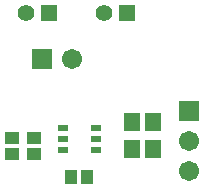
<source format=gbr>
%TF.GenerationSoftware,Altium Limited,Altium Designer,22.7.1 (60)*%
G04 Layer_Color=8388736*
%FSLAX45Y45*%
%MOMM*%
%TF.SameCoordinates,04235CBA-543E-4B11-AFE6-CF9E8B66919D*%
%TF.FilePolarity,Negative*%
%TF.FileFunction,Soldermask,Top*%
%TF.Part,Single*%
G01*
G75*
%TA.AperFunction,SMDPad,CuDef*%
%ADD11R,0.95250X0.60960*%
%TA.AperFunction,ComponentPad*%
%ADD22R,1.70320X1.70320*%
%ADD23C,1.70320*%
%ADD24R,1.70320X1.70320*%
%ADD25C,1.40320*%
%ADD26R,1.40320X1.40320*%
%TA.AperFunction,SMDPad,CuDef*%
%ADD33R,1.35320X1.55320*%
%TA.AperFunction,ConnectorPad*%
%ADD34R,1.10320X1.20320*%
%TA.AperFunction,SMDPad,CuDef*%
%ADD35R,1.20320X1.10320*%
D11*
X9897110Y6807200D02*
D03*
Y6713220D02*
D03*
Y6619240D02*
D03*
X10172700D02*
D03*
Y6713220D02*
D03*
Y6807200D02*
D03*
D22*
X10960100Y6946900D02*
D03*
D23*
Y6692900D02*
D03*
Y6438900D02*
D03*
X9969500Y7391400D02*
D03*
D24*
X9715500D02*
D03*
D25*
X10237800Y7781400D02*
D03*
X9577400D02*
D03*
D26*
X10437800D02*
D03*
X9777400D02*
D03*
D33*
X10478900Y6629400D02*
D03*
X10653900D02*
D03*
X10477500Y6858000D02*
D03*
X10652500D02*
D03*
D34*
X9965500Y6388100D02*
D03*
X10100500D02*
D03*
D35*
X9652000Y6722300D02*
D03*
Y6587300D02*
D03*
X9461500Y6722300D02*
D03*
Y6587300D02*
D03*
%TF.MD5,b8d8b52c4f806d90407932c03c4ace5b*%
M02*

</source>
